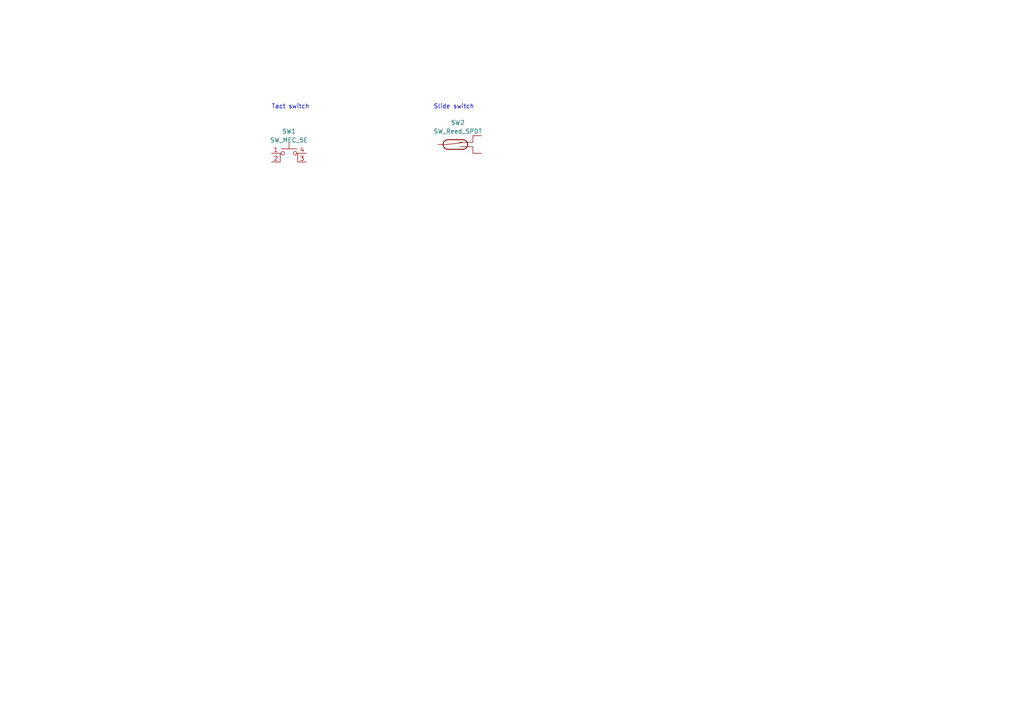
<source format=kicad_sch>
(kicad_sch (version 20230121) (generator eeschema)

  (uuid 7a6cf272-4241-4ddf-8897-cb4abac46503)

  (paper "A4")

  (lib_symbols
    (symbol "Switch:SW_MEC_5E" (pin_names (offset 1.016) hide) (in_bom yes) (on_board yes)
      (property "Reference" "SW" (at 0.635 5.715 0)
        (effects (font (size 1.27 1.27)) (justify left))
      )
      (property "Value" "SW_MEC_5E" (at 0 -3.175 0)
        (effects (font (size 1.27 1.27)))
      )
      (property "Footprint" "" (at 0 7.62 0)
        (effects (font (size 1.27 1.27)) hide)
      )
      (property "Datasheet" "http://www.apem.com/int/index.php?controller=attachment&id_attachment=1371" (at 0 7.62 0)
        (effects (font (size 1.27 1.27)) hide)
      )
      (property "ki_keywords" "switch normally-open pushbutton push-button" (at 0 0 0)
        (effects (font (size 1.27 1.27)) hide)
      )
      (property "ki_description" "MEC 5E single pole normally-open tactile switch" (at 0 0 0)
        (effects (font (size 1.27 1.27)) hide)
      )
      (property "ki_fp_filters" "SW*MEC*5G*" (at 0 0 0)
        (effects (font (size 1.27 1.27)) hide)
      )
      (symbol "SW_MEC_5E_0_1"
        (circle (center -1.778 2.54) (radius 0.508)
          (stroke (width 0) (type default))
          (fill (type none))
        )
        (polyline
          (pts
            (xy -2.286 3.81)
            (xy 2.286 3.81)
          )
          (stroke (width 0) (type default))
          (fill (type none))
        )
        (polyline
          (pts
            (xy 0 3.81)
            (xy 0 5.588)
          )
          (stroke (width 0) (type default))
          (fill (type none))
        )
        (polyline
          (pts
            (xy -2.54 0)
            (xy -2.54 2.54)
            (xy -2.286 2.54)
          )
          (stroke (width 0) (type default))
          (fill (type none))
        )
        (polyline
          (pts
            (xy 2.54 0)
            (xy 2.54 2.54)
            (xy 2.286 2.54)
          )
          (stroke (width 0) (type default))
          (fill (type none))
        )
        (circle (center 1.778 2.54) (radius 0.508)
          (stroke (width 0) (type default))
          (fill (type none))
        )
        (pin passive line (at -5.08 2.54 0) (length 2.54)
          (name "1" (effects (font (size 1.27 1.27))))
          (number "1" (effects (font (size 1.27 1.27))))
        )
        (pin passive line (at -5.08 0 0) (length 2.54)
          (name "2" (effects (font (size 1.27 1.27))))
          (number "2" (effects (font (size 1.27 1.27))))
        )
        (pin passive line (at 5.08 0 180) (length 2.54)
          (name "K" (effects (font (size 1.27 1.27))))
          (number "3" (effects (font (size 1.27 1.27))))
        )
        (pin passive line (at 5.08 2.54 180) (length 2.54)
          (name "A" (effects (font (size 1.27 1.27))))
          (number "4" (effects (font (size 1.27 1.27))))
        )
      )
    )
    (symbol "Switch:SW_Reed_SPDT" (pin_numbers hide) (pin_names (offset 0) hide) (in_bom yes) (on_board yes)
      (property "Reference" "SW" (at 0 2.54 0)
        (effects (font (size 1.27 1.27)))
      )
      (property "Value" "SW_Reed_SPDT" (at 0 -3.81 0)
        (effects (font (size 1.27 1.27)))
      )
      (property "Footprint" "" (at 0 0 0)
        (effects (font (size 1.27 1.27)) hide)
      )
      (property "Datasheet" "~" (at 0 0 0)
        (effects (font (size 1.27 1.27)) hide)
      )
      (property "ki_keywords" "reed magnetic switch SPDT" (at 0 0 0)
        (effects (font (size 1.27 1.27)) hide)
      )
      (property "ki_description" "SPDT reed switch" (at 0 0 0)
        (effects (font (size 1.27 1.27)) hide)
      )
      (symbol "SW_Reed_SPDT_0_0"
        (arc (start -2.159 1.397) (mid -3.55 0) (end -2.159 -1.397)
          (stroke (width 0.254) (type default))
          (fill (type none))
        )
        (polyline
          (pts
            (xy -2.54 0)
            (xy 1.905 0.508)
          )
          (stroke (width 0) (type default))
          (fill (type none))
        )
        (polyline
          (pts
            (xy -2.159 -1.397)
            (xy 2.286 -1.397)
          )
          (stroke (width 0.254) (type default))
          (fill (type none))
        )
        (polyline
          (pts
            (xy 2.159 1.397)
            (xy -2.159 1.397)
          )
          (stroke (width 0.254) (type default))
          (fill (type none))
        )
        (arc (start 2.159 -1.397) (mid 3.55 0) (end 2.159 1.397)
          (stroke (width 0.254) (type default))
          (fill (type none))
        )
      )
      (symbol "SW_Reed_SPDT_0_1"
        (polyline
          (pts
            (xy 1.27 -0.635)
            (xy 5.08 -0.635)
            (xy 5.08 -2.54)
          )
          (stroke (width 0) (type default))
          (fill (type none))
        )
        (polyline
          (pts
            (xy 1.27 0.635)
            (xy 5.08 0.635)
            (xy 5.08 2.54)
          )
          (stroke (width 0) (type default))
          (fill (type none))
        )
      )
      (symbol "SW_Reed_SPDT_1_1"
        (pin passive line (at 7.62 2.54 180) (length 2.54)
          (name "1" (effects (font (size 1.27 1.27))))
          (number "1" (effects (font (size 1.27 1.27))))
        )
        (pin passive line (at -5.08 0 0) (length 2.54)
          (name "2" (effects (font (size 1.27 1.27))))
          (number "2" (effects (font (size 1.27 1.27))))
        )
        (pin passive line (at 7.62 -2.54 180) (length 2.54)
          (name "3" (effects (font (size 1.27 1.27))))
          (number "3" (effects (font (size 1.27 1.27))))
        )
      )
    )
  )


  (text "Slide switch" (at 125.73 31.75 0)
    (effects (font (size 1.27 1.27)) (justify left bottom))
    (uuid 94db3e8e-8bcf-4f61-b3f1-6c24879d4203)
  )
  (text "Tact switch" (at 78.74 31.75 0)
    (effects (font (size 1.27 1.27)) (justify left bottom))
    (uuid fdfc3818-9c0b-4944-b128-158e8ec5fd66)
  )

  (symbol (lib_id "Switch:SW_MEC_5E") (at 83.82 46.99 0) (unit 1)
    (in_bom yes) (on_board yes) (dnp no) (fields_autoplaced)
    (uuid 10e6d323-1693-450e-b04c-c973e3e31674)
    (property "Reference" "SW1" (at 83.82 38.1 0)
      (effects (font (size 1.27 1.27)))
    )
    (property "Value" "SW_MEC_5E" (at 83.82 40.64 0)
      (effects (font (size 1.27 1.27)))
    )
    (property "Footprint" "" (at 83.82 39.37 0)
      (effects (font (size 1.27 1.27)) hide)
    )
    (property "Datasheet" "http://www.apem.com/int/index.php?controller=attachment&id_attachment=1371" (at 83.82 39.37 0)
      (effects (font (size 1.27 1.27)) hide)
    )
    (pin "1" (uuid 8da8110b-5e90-40f8-8fb3-0e55c424d94c))
    (pin "2" (uuid 010a397c-eed0-47f1-a030-609f25adc156))
    (pin "3" (uuid 52c88023-eba2-466f-9aa6-875f508327a0))
    (pin "4" (uuid cb743ddc-4830-4621-b467-58d6864d488a))
    (instances
      (project "MRBx60"
        (path "/fd34cfbe-85d5-407d-b5ab-43ea09af45be/babe666e-7d2f-4189-ab17-8ca2cba071e4"
          (reference "SW1") (unit 1)
        )
      )
    )
  )

  (symbol (lib_id "Switch:SW_Reed_SPDT") (at 132.08 41.91 0) (unit 1)
    (in_bom yes) (on_board yes) (dnp no) (fields_autoplaced)
    (uuid 999d7662-c6f4-4c9f-a9a9-d32742b8d9a6)
    (property "Reference" "SW2" (at 132.7815 35.56 0)
      (effects (font (size 1.27 1.27)))
    )
    (property "Value" "SW_Reed_SPDT" (at 132.7815 38.1 0)
      (effects (font (size 1.27 1.27)))
    )
    (property "Footprint" "" (at 132.08 41.91 0)
      (effects (font (size 1.27 1.27)) hide)
    )
    (property "Datasheet" "~" (at 132.08 41.91 0)
      (effects (font (size 1.27 1.27)) hide)
    )
    (pin "1" (uuid 5480987c-497e-4ebe-ba5d-d74c6cf1d716))
    (pin "2" (uuid 68331a68-2409-4646-a1b2-93ddc18506d4))
    (pin "3" (uuid 305eac6e-fb37-49d0-bc65-f4d18d3588e4))
    (instances
      (project "MRBx60"
        (path "/fd34cfbe-85d5-407d-b5ab-43ea09af45be/babe666e-7d2f-4189-ab17-8ca2cba071e4"
          (reference "SW2") (unit 1)
        )
      )
    )
  )
)

</source>
